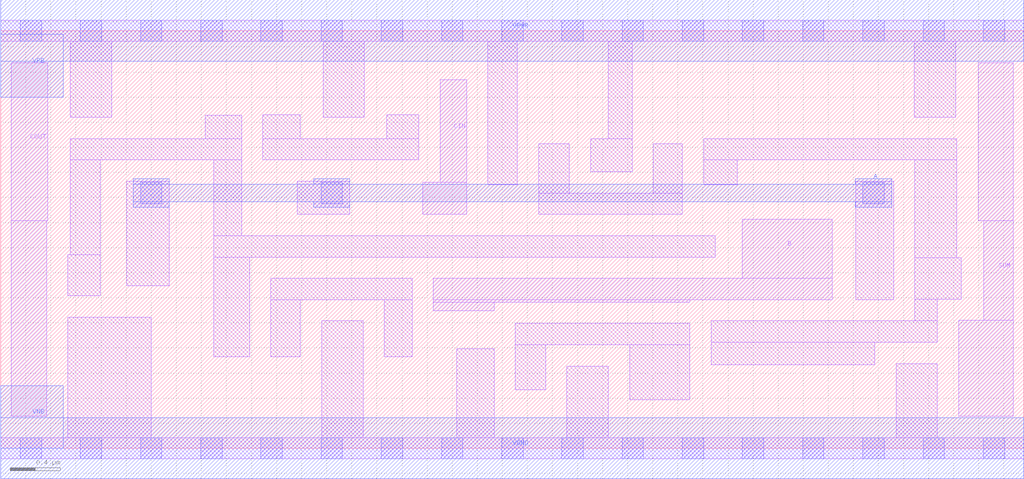
<source format=lef>
# Copyright 2020 The SkyWater PDK Authors
#
# Licensed under the Apache License, Version 2.0 (the "License");
# you may not use this file except in compliance with the License.
# You may obtain a copy of the License at
#
#     https://www.apache.org/licenses/LICENSE-2.0
#
# Unless required by applicable law or agreed to in writing, software
# distributed under the License is distributed on an "AS IS" BASIS,
# WITHOUT WARRANTIES OR CONDITIONS OF ANY KIND, either express or implied.
# See the License for the specific language governing permissions and
# limitations under the License.
#
# SPDX-License-Identifier: Apache-2.0

VERSION 5.5 ;
NAMESCASESENSITIVE ON ;
BUSBITCHARS "[]" ;
DIVIDERCHAR "/" ;
MACRO sky130_fd_sc_lp__fa_1
  CLASS CORE ;
  SOURCE USER ;
  ORIGIN  0.000000  0.000000 ;
  SIZE  8.160000 BY  3.330000 ;
  SYMMETRY X Y R90 ;
  SITE unit ;
  PIN A
    ANTENNAGATEAREA  0.504000 ;
    DIRECTION INPUT ;
    USE SIGNAL ;
    PORT
      LAYER met1 ;
        RECT 1.055000 1.920000 1.345000 1.965000 ;
        RECT 1.055000 1.965000 7.105000 2.105000 ;
        RECT 1.055000 2.105000 1.345000 2.150000 ;
        RECT 2.495000 1.920000 2.785000 1.965000 ;
        RECT 2.495000 2.105000 2.785000 2.150000 ;
        RECT 6.815000 1.920000 7.105000 1.965000 ;
        RECT 6.815000 2.105000 7.105000 2.150000 ;
    END
  END A
  PIN B
    ANTENNAGATEAREA  0.504000 ;
    DIRECTION INPUT ;
    USE SIGNAL ;
    PORT
      LAYER li1 ;
        RECT 3.450000 1.095000 3.935000 1.165000 ;
        RECT 3.450000 1.165000 5.495000 1.185000 ;
        RECT 3.450000 1.185000 6.630000 1.355000 ;
        RECT 5.915000 1.355000 6.630000 1.825000 ;
    END
  END B
  PIN CIN
    ANTENNAGATEAREA  0.378000 ;
    DIRECTION INPUT ;
    USE SIGNAL ;
    PORT
      LAYER li1 ;
        RECT 3.365000 1.865000 3.715000 2.120000 ;
        RECT 3.505000 2.120000 3.715000 2.940000 ;
    END
  END CIN
  PIN COUT
    ANTENNADIFFAREA  0.556500 ;
    DIRECTION OUTPUT ;
    USE SIGNAL ;
    PORT
      LAYER li1 ;
        RECT 0.085000 0.255000 0.365000 1.815000 ;
        RECT 0.085000 1.815000 0.375000 3.075000 ;
    END
  END COUT
  PIN SUM
    ANTENNADIFFAREA  0.573300 ;
    DIRECTION OUTPUT ;
    USE SIGNAL ;
    PORT
      LAYER li1 ;
        RECT 7.640000 0.255000 8.075000 1.020000 ;
        RECT 7.795000 1.815000 8.075000 3.075000 ;
        RECT 7.840000 1.020000 8.075000 1.815000 ;
    END
  END SUM
  PIN VGND
    DIRECTION INOUT ;
    USE GROUND ;
    PORT
      LAYER met1 ;
        RECT 0.000000 -0.245000 8.160000 0.245000 ;
    END
  END VGND
  PIN VNB
    DIRECTION INOUT ;
    USE GROUND ;
    PORT
      LAYER met1 ;
        RECT 0.000000 0.000000 0.500000 0.500000 ;
    END
  END VNB
  PIN VPB
    DIRECTION INOUT ;
    USE POWER ;
    PORT
      LAYER met1 ;
        RECT 0.000000 2.800000 0.500000 3.300000 ;
    END
  END VPB
  PIN VPWR
    DIRECTION INOUT ;
    USE POWER ;
    PORT
      LAYER met1 ;
        RECT 0.000000 3.085000 8.160000 3.575000 ;
    END
  END VPWR
  OBS
    LAYER li1 ;
      RECT 0.000000 -0.085000 8.160000 0.085000 ;
      RECT 0.000000  3.245000 8.160000 3.415000 ;
      RECT 0.535000  0.085000 1.200000 1.045000 ;
      RECT 0.535000  1.215000 0.795000 1.545000 ;
      RECT 0.555000  1.545000 0.795000 2.300000 ;
      RECT 0.555000  2.300000 1.920000 2.470000 ;
      RECT 0.555000  2.640000 0.885000 3.245000 ;
      RECT 1.005000  1.295000 1.345000 2.130000 ;
      RECT 1.630000  2.470000 1.920000 2.655000 ;
      RECT 1.700000  0.730000 1.985000 1.525000 ;
      RECT 1.700000  1.525000 5.700000 1.695000 ;
      RECT 1.700000  1.695000 1.920000 2.300000 ;
      RECT 2.090000  2.300000 3.335000 2.470000 ;
      RECT 2.090000  2.470000 2.390000 2.660000 ;
      RECT 2.155000  0.730000 2.390000 1.185000 ;
      RECT 2.155000  1.185000 3.280000 1.355000 ;
      RECT 2.365000  1.865000 2.785000 2.130000 ;
      RECT 2.560000  0.085000 2.890000 1.015000 ;
      RECT 2.570000  2.640000 2.900000 3.245000 ;
      RECT 3.060000  0.730000 3.280000 1.185000 ;
      RECT 3.080000  2.470000 3.335000 2.660000 ;
      RECT 3.635000  0.085000 3.935000 0.795000 ;
      RECT 3.885000  2.100000 4.120000 3.245000 ;
      RECT 4.105000  0.465000 4.345000 0.825000 ;
      RECT 4.105000  0.825000 5.495000 0.995000 ;
      RECT 4.290000  1.865000 5.435000 2.035000 ;
      RECT 4.290000  2.035000 4.535000 2.430000 ;
      RECT 4.515000  0.085000 4.845000 0.655000 ;
      RECT 4.705000  2.205000 5.035000 2.470000 ;
      RECT 4.845000  2.470000 5.035000 3.245000 ;
      RECT 5.015000  0.385000 5.495000 0.825000 ;
      RECT 5.205000  2.035000 5.435000 2.430000 ;
      RECT 5.605000  2.100000 5.875000 2.300000 ;
      RECT 5.605000  2.300000 7.625000 2.470000 ;
      RECT 5.665000  0.665000 6.970000 0.845000 ;
      RECT 5.665000  0.845000 7.470000 1.015000 ;
      RECT 6.820000  1.185000 7.120000 2.130000 ;
      RECT 7.140000  0.085000 7.470000 0.675000 ;
      RECT 7.285000  2.640000 7.615000 3.245000 ;
      RECT 7.290000  1.015000 7.470000 1.190000 ;
      RECT 7.290000  1.190000 7.660000 1.520000 ;
      RECT 7.290000  1.520000 7.625000 2.300000 ;
    LAYER mcon ;
      RECT 0.155000 -0.085000 0.325000 0.085000 ;
      RECT 0.155000  3.245000 0.325000 3.415000 ;
      RECT 0.635000 -0.085000 0.805000 0.085000 ;
      RECT 0.635000  3.245000 0.805000 3.415000 ;
      RECT 1.115000 -0.085000 1.285000 0.085000 ;
      RECT 1.115000  1.950000 1.285000 2.120000 ;
      RECT 1.115000  3.245000 1.285000 3.415000 ;
      RECT 1.595000 -0.085000 1.765000 0.085000 ;
      RECT 1.595000  3.245000 1.765000 3.415000 ;
      RECT 2.075000 -0.085000 2.245000 0.085000 ;
      RECT 2.075000  3.245000 2.245000 3.415000 ;
      RECT 2.555000 -0.085000 2.725000 0.085000 ;
      RECT 2.555000  1.950000 2.725000 2.120000 ;
      RECT 2.555000  3.245000 2.725000 3.415000 ;
      RECT 3.035000 -0.085000 3.205000 0.085000 ;
      RECT 3.035000  3.245000 3.205000 3.415000 ;
      RECT 3.515000 -0.085000 3.685000 0.085000 ;
      RECT 3.515000  3.245000 3.685000 3.415000 ;
      RECT 3.995000 -0.085000 4.165000 0.085000 ;
      RECT 3.995000  3.245000 4.165000 3.415000 ;
      RECT 4.475000 -0.085000 4.645000 0.085000 ;
      RECT 4.475000  3.245000 4.645000 3.415000 ;
      RECT 4.955000 -0.085000 5.125000 0.085000 ;
      RECT 4.955000  3.245000 5.125000 3.415000 ;
      RECT 5.435000 -0.085000 5.605000 0.085000 ;
      RECT 5.435000  3.245000 5.605000 3.415000 ;
      RECT 5.915000 -0.085000 6.085000 0.085000 ;
      RECT 5.915000  3.245000 6.085000 3.415000 ;
      RECT 6.395000 -0.085000 6.565000 0.085000 ;
      RECT 6.395000  3.245000 6.565000 3.415000 ;
      RECT 6.875000 -0.085000 7.045000 0.085000 ;
      RECT 6.875000  1.950000 7.045000 2.120000 ;
      RECT 6.875000  3.245000 7.045000 3.415000 ;
      RECT 7.355000 -0.085000 7.525000 0.085000 ;
      RECT 7.355000  3.245000 7.525000 3.415000 ;
      RECT 7.835000 -0.085000 8.005000 0.085000 ;
      RECT 7.835000  3.245000 8.005000 3.415000 ;
  END
END sky130_fd_sc_lp__fa_1

</source>
